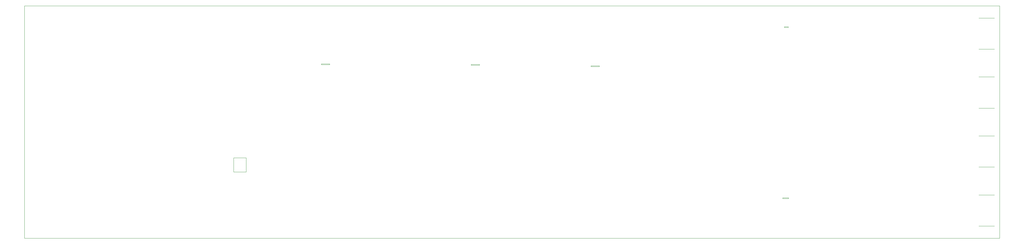
<source format=gtp>
*%FSLAX23Y23*%
*%MOIN*%
G01*
D11*
X4162Y5737D02*
Y8532D01*
X15879D02*
Y5737D01*
X4162D01*
Y8532D02*
X15879D01*
D25*
X12406Y8321D02*
D03*
Y8290D02*
D03*
Y8258D02*
D03*
Y8070D02*
D03*
Y8101D02*
D03*
Y8133D02*
D03*
X12375Y8321D02*
D03*
Y8290D02*
D03*
Y8258D02*
D03*
Y8133D02*
D03*
Y8101D02*
D03*
Y8070D02*
D03*
X12343Y8321D02*
D03*
Y8290D02*
D03*
Y8258D02*
D03*
Y8133D02*
D03*
Y8101D02*
D03*
Y8070D02*
D03*
X12312Y8321D02*
D03*
Y8290D02*
D03*
Y8258D02*
D03*
Y8133D02*
D03*
Y8101D02*
D03*
Y8070D02*
D03*
X12280Y8321D02*
D03*
Y8290D02*
D03*
Y8258D02*
D03*
Y8133D02*
D03*
Y8101D02*
D03*
Y8070D02*
D03*
X12249Y8321D02*
D03*
Y8290D02*
D03*
Y8258D02*
D03*
Y8133D02*
D03*
Y8101D02*
D03*
Y8070D02*
D03*
X12217Y8321D02*
D03*
Y8290D02*
D03*
Y8258D02*
D03*
Y8133D02*
D03*
Y8101D02*
D03*
Y8070D02*
D03*
X12186Y8321D02*
D03*
Y8290D02*
D03*
Y8258D02*
D03*
Y8133D02*
D03*
Y8101D02*
D03*
Y8070D02*
D03*
X12154Y8321D02*
D03*
Y8290D02*
D03*
Y8258D02*
D03*
Y8133D02*
D03*
Y8101D02*
D03*
Y8070D02*
D03*
X12123Y8290D02*
D03*
Y8258D02*
D03*
Y8133D02*
D03*
Y8101D02*
D03*
Y8070D02*
D03*
X12092Y8321D02*
D03*
Y8290D02*
D03*
Y8258D02*
D03*
Y8133D02*
D03*
Y8101D02*
D03*
X12060Y8290D02*
D03*
Y8258D02*
D03*
Y8133D02*
D03*
Y8101D02*
D03*
Y8070D02*
D03*
X12029Y8321D02*
D03*
Y8290D02*
D03*
Y8258D02*
D03*
Y8133D02*
D03*
Y8101D02*
D03*
X11997Y8290D02*
D03*
Y8258D02*
D03*
Y8133D02*
D03*
Y8101D02*
D03*
Y8070D02*
D03*
X11966Y8321D02*
D03*
Y8290D02*
D03*
Y8258D02*
D03*
Y8133D02*
D03*
Y8101D02*
D03*
D29*
X12418Y6711D02*
D03*
X12458D02*
D03*
X12497D02*
D03*
X12536D02*
D03*
X12576D02*
D03*
X12418Y6751D02*
D03*
X12458D02*
D03*
X12497D02*
D03*
X12536D02*
D03*
X12418Y6790D02*
D03*
X12458D02*
D03*
X12497D02*
D03*
X12536D02*
D03*
X12418Y6829D02*
D03*
X12458D02*
D03*
X12497D02*
D03*
X12536D02*
D03*
X12418Y6869D02*
D03*
X12458D02*
D03*
X12497D02*
D03*
X12536D02*
D03*
X12418Y6908D02*
D03*
X12458D02*
D03*
X12497D02*
D03*
X12536D02*
D03*
X12418Y6947D02*
D03*
X12458D02*
D03*
X12497D02*
D03*
X12536D02*
D03*
X12418Y6987D02*
D03*
X12458D02*
D03*
X12497D02*
D03*
X12536D02*
D03*
X12418Y7026D02*
D03*
X12458D02*
D03*
X12497D02*
D03*
X12536D02*
D03*
X12418Y7066D02*
D03*
X12458D02*
D03*
X12497D02*
D03*
X12536D02*
D03*
X12418Y7105D02*
D03*
X12458D02*
D03*
X12536D02*
D03*
X12497D02*
D03*
X12418Y7144D02*
D03*
X12458D02*
D03*
X12497D02*
D03*
X12536D02*
D03*
X12418Y7184D02*
D03*
X12458D02*
D03*
X12497D02*
D03*
X12536D02*
D03*
X12418Y7223D02*
D03*
X12458D02*
D03*
X12497D02*
D03*
X12536D02*
D03*
X12418Y7262D02*
D03*
X12458D02*
D03*
X12497D02*
D03*
X12536D02*
D03*
X12418Y7302D02*
D03*
Y7341D02*
D03*
Y7381D02*
D03*
Y7420D02*
D03*
Y7459D02*
D03*
Y7499D02*
D03*
Y7538D02*
D03*
Y7577D02*
D03*
Y7617D02*
D03*
X12458Y7302D02*
D03*
Y7341D02*
D03*
Y7381D02*
D03*
Y7420D02*
D03*
Y7459D02*
D03*
Y7499D02*
D03*
Y7538D02*
D03*
Y7577D02*
D03*
Y7617D02*
D03*
X12497Y7302D02*
D03*
Y7341D02*
D03*
Y7381D02*
D03*
Y7420D02*
D03*
Y7459D02*
D03*
Y7499D02*
D03*
Y7538D02*
D03*
Y7577D02*
D03*
Y7617D02*
D03*
X12536Y7302D02*
D03*
Y7341D02*
D03*
Y7381D02*
D03*
Y7420D02*
D03*
Y7459D02*
D03*
Y7499D02*
D03*
Y7538D02*
D03*
Y7577D02*
D03*
Y7617D02*
D03*
X12418Y6593D02*
D03*
Y6633D02*
D03*
Y6672D02*
D03*
X12458Y6554D02*
D03*
Y6593D02*
D03*
Y6633D02*
D03*
Y6672D02*
D03*
X12497Y6554D02*
D03*
Y6593D02*
D03*
Y6633D02*
D03*
Y6672D02*
D03*
X12536Y6554D02*
D03*
Y6593D02*
D03*
Y6633D02*
D03*
Y6672D02*
D03*
X12576Y6554D02*
D03*
Y6593D02*
D03*
Y6633D02*
D03*
Y6672D02*
D03*
X12615Y6554D02*
D03*
Y6593D02*
D03*
Y6633D02*
D03*
Y6672D02*
D03*
X12654Y6554D02*
D03*
Y6593D02*
D03*
Y6633D02*
D03*
Y6672D02*
D03*
X12694Y6554D02*
D03*
Y6593D02*
D03*
Y6633D02*
D03*
Y6672D02*
D03*
X12733Y6554D02*
D03*
Y6593D02*
D03*
Y6633D02*
D03*
Y6672D02*
D03*
X12773Y6554D02*
D03*
Y6593D02*
D03*
Y6633D02*
D03*
Y6672D02*
D03*
X12812Y6554D02*
D03*
Y6593D02*
D03*
Y6633D02*
D03*
Y6672D02*
D03*
X12851Y6554D02*
D03*
Y6593D02*
D03*
Y6633D02*
D03*
Y6672D02*
D03*
X12891Y6554D02*
D03*
Y6593D02*
D03*
Y6633D02*
D03*
Y6672D02*
D03*
X12930Y6554D02*
D03*
Y6593D02*
D03*
Y6633D02*
D03*
Y6672D02*
D03*
X12969Y6554D02*
D03*
Y6593D02*
D03*
Y6633D02*
D03*
X13009D02*
D03*
X12969Y6672D02*
D03*
X13009Y6554D02*
D03*
Y6593D02*
D03*
Y6672D02*
D03*
X13048Y6554D02*
D03*
Y6593D02*
D03*
Y6633D02*
D03*
Y6672D02*
D03*
X13088Y6554D02*
D03*
Y6593D02*
D03*
Y6633D02*
D03*
Y6672D02*
D03*
X13127Y6554D02*
D03*
Y6593D02*
D03*
Y6633D02*
D03*
Y6672D02*
D03*
X13166Y6554D02*
D03*
Y6593D02*
D03*
Y6633D02*
D03*
Y6672D02*
D03*
X13206Y6554D02*
D03*
Y6593D02*
D03*
Y6633D02*
D03*
Y6672D02*
D03*
X13245Y6554D02*
D03*
Y6593D02*
D03*
Y6633D02*
D03*
Y6672D02*
D03*
X13284Y6554D02*
D03*
Y6593D02*
D03*
Y6633D02*
D03*
Y6672D02*
D03*
X13324Y6554D02*
D03*
Y6593D02*
D03*
Y6633D02*
D03*
Y6672D02*
D03*
X13363Y6554D02*
D03*
Y6593D02*
D03*
Y6633D02*
D03*
Y6672D02*
D03*
X13403Y6554D02*
D03*
Y6593D02*
D03*
Y6633D02*
D03*
Y6672D02*
D03*
X13442Y6554D02*
D03*
Y6593D02*
D03*
Y6633D02*
D03*
Y6672D02*
D03*
X13481Y6554D02*
D03*
Y6593D02*
D03*
Y6633D02*
D03*
Y6672D02*
D03*
X13521Y6554D02*
D03*
Y6593D02*
D03*
Y6633D02*
D03*
Y6672D02*
D03*
X13560Y6593D02*
D03*
Y6633D02*
D03*
Y6672D02*
D03*
Y6711D02*
D03*
X12418Y7656D02*
D03*
X12458D02*
D03*
X12497D02*
D03*
X12536D02*
D03*
X12458Y7696D02*
D03*
X12497D02*
D03*
X12536D02*
D03*
X12576D02*
D03*
X13521Y6711D02*
D03*
X13481D02*
D03*
X13442D02*
D03*
X12969Y7105D02*
D03*
X13403Y6711D02*
D03*
X13363Y6711D02*
D03*
X13324D02*
D03*
X13284D02*
D03*
X13245D02*
D03*
X13206D02*
D03*
X13166D02*
D03*
X13127D02*
D03*
X13088D02*
D03*
X13048D02*
D03*
X13009D02*
D03*
X12969D02*
D03*
X12930D02*
D03*
X12891D02*
D03*
X12851D02*
D03*
X12812D02*
D03*
X12773D02*
D03*
X12733D02*
D03*
X12694D02*
D03*
X12654D02*
D03*
X12615D02*
D03*
X12576Y6751D02*
D03*
X12615D02*
D03*
X12654D02*
D03*
X12694D02*
D03*
X12733D02*
D03*
X12773D02*
D03*
X12812D02*
D03*
X12851D02*
D03*
X12891D02*
D03*
X12930D02*
D03*
X12969D02*
D03*
X13009D02*
D03*
X13048D02*
D03*
X13088D02*
D03*
X13127D02*
D03*
X13166D02*
D03*
X13206D02*
D03*
X13245D02*
D03*
X13284D02*
D03*
X13324D02*
D03*
X13363D02*
D03*
X13403Y6751D02*
D03*
X13442D02*
D03*
X13481D02*
D03*
X13521D02*
D03*
X13560Y6751D02*
D03*
Y6790D02*
D03*
X13521Y6790D02*
D03*
X13481D02*
D03*
X13442D02*
D03*
X13403D02*
D03*
X13363Y6790D02*
D03*
X13324D02*
D03*
X13284D02*
D03*
X13245D02*
D03*
X13206D02*
D03*
X13166D02*
D03*
X13127D02*
D03*
X13088D02*
D03*
X13048D02*
D03*
X13009D02*
D03*
X12969D02*
D03*
X12930D02*
D03*
X12891D02*
D03*
X12851D02*
D03*
X12812D02*
D03*
X12773D02*
D03*
X12733D02*
D03*
X12694D02*
D03*
X12654D02*
D03*
X12615D02*
D03*
X12576D02*
D03*
Y6829D02*
D03*
X12615D02*
D03*
X12654D02*
D03*
X12694D02*
D03*
X12733D02*
D03*
X12773D02*
D03*
X12812D02*
D03*
X12851D02*
D03*
X12891D02*
D03*
X12930D02*
D03*
X12969D02*
D03*
X13009D02*
D03*
X13048D02*
D03*
X13088D02*
D03*
X13127D02*
D03*
X13166D02*
D03*
X13206D02*
D03*
X13245D02*
D03*
X13284D02*
D03*
X13324D02*
D03*
X13363D02*
D03*
X13403Y6829D02*
D03*
X13442D02*
D03*
X13481D02*
D03*
X13521D02*
D03*
X13560Y6829D02*
D03*
X13521Y6869D02*
D03*
X13560Y6869D02*
D03*
X13481Y6869D02*
D03*
X13442D02*
D03*
X13403D02*
D03*
X13363Y6869D02*
D03*
X13324D02*
D03*
X13284D02*
D03*
X13245D02*
D03*
X13206D02*
D03*
X13166D02*
D03*
X13127D02*
D03*
X13088D02*
D03*
X13048D02*
D03*
X13009D02*
D03*
X12969D02*
D03*
X12930D02*
D03*
X12891D02*
D03*
X12851D02*
D03*
X12812D02*
D03*
X12773D02*
D03*
X12733D02*
D03*
X12694D02*
D03*
X12654D02*
D03*
X12615D02*
D03*
X12576D02*
D03*
Y6908D02*
D03*
X12615D02*
D03*
X12654D02*
D03*
X12694D02*
D03*
X12733D02*
D03*
X12773D02*
D03*
X12812D02*
D03*
X12851D02*
D03*
X12891D02*
D03*
X12930D02*
D03*
X12969D02*
D03*
X13009D02*
D03*
X13048D02*
D03*
X13088D02*
D03*
X13127D02*
D03*
X13166D02*
D03*
X13206D02*
D03*
X13245D02*
D03*
X13284D02*
D03*
X13324D02*
D03*
X13363D02*
D03*
X13403Y6908D02*
D03*
X13442D02*
D03*
X13481D02*
D03*
X13521D02*
D03*
X13560Y6908D02*
D03*
X13206Y6947D02*
D03*
X13245D02*
D03*
X13284D02*
D03*
X13324D02*
D03*
X13363D02*
D03*
X13403Y6947D02*
D03*
X13442D02*
D03*
X13481D02*
D03*
X13521D02*
D03*
X13560Y6947D02*
D03*
X13166D02*
D03*
X13127D02*
D03*
X13088D02*
D03*
X13048D02*
D03*
X13009D02*
D03*
X12969D02*
D03*
X12930D02*
D03*
X12891D02*
D03*
X12851D02*
D03*
X12812D02*
D03*
X12773D02*
D03*
X12733D02*
D03*
X12694D02*
D03*
X12654D02*
D03*
X12615D02*
D03*
X12576D02*
D03*
Y6987D02*
D03*
X12615D02*
D03*
X12654D02*
D03*
X12694D02*
D03*
X12733D02*
D03*
X12773D02*
D03*
X12812D02*
D03*
X12851D02*
D03*
X12891D02*
D03*
X12930D02*
D03*
X12969D02*
D03*
X13009D02*
D03*
X13048D02*
D03*
X13088D02*
D03*
X13127D02*
D03*
X13166D02*
D03*
X13206D02*
D03*
X13245D02*
D03*
X13284D02*
D03*
X13324D02*
D03*
X13363D02*
D03*
X13403Y6987D02*
D03*
X13442D02*
D03*
X13481D02*
D03*
X13521D02*
D03*
X13560Y6987D02*
D03*
Y7026D02*
D03*
X13521Y7026D02*
D03*
X13481D02*
D03*
X13442D02*
D03*
X13403D02*
D03*
X13363Y7026D02*
D03*
X13324D02*
D03*
X13284D02*
D03*
X13245D02*
D03*
X13206D02*
D03*
X13166D02*
D03*
X13127D02*
D03*
X13088D02*
D03*
X13048D02*
D03*
X13009D02*
D03*
X12969D02*
D03*
X12930D02*
D03*
X12891D02*
D03*
X12851D02*
D03*
X12812D02*
D03*
X12773D02*
D03*
X12733D02*
D03*
X12694D02*
D03*
X12654D02*
D03*
X12615D02*
D03*
X12576D02*
D03*
Y7066D02*
D03*
X12615D02*
D03*
X12654D02*
D03*
X12694D02*
D03*
X12733D02*
D03*
X12773D02*
D03*
X12812D02*
D03*
X12851D02*
D03*
X12891D02*
D03*
X12930D02*
D03*
X12969D02*
D03*
X13009D02*
D03*
X13048D02*
D03*
X13088D02*
D03*
X13127D02*
D03*
X13166D02*
D03*
X13206D02*
D03*
X13245D02*
D03*
X13284D02*
D03*
X13324D02*
D03*
X13363D02*
D03*
X13403Y7066D02*
D03*
X13442D02*
D03*
X13481D02*
D03*
X13521D02*
D03*
X13560Y7066D02*
D03*
Y7105D02*
D03*
X13521Y7105D02*
D03*
X13481D02*
D03*
X13442D02*
D03*
X13403D02*
D03*
X13363Y7105D02*
D03*
X13324D02*
D03*
X13284D02*
D03*
X13245D02*
D03*
X13206D02*
D03*
X13166D02*
D03*
X13127D02*
D03*
X13088D02*
D03*
X13048D02*
D03*
X13009D02*
D03*
X12930D02*
D03*
X12891D02*
D03*
X12851D02*
D03*
X12812D02*
D03*
X12773D02*
D03*
X12733D02*
D03*
X12694D02*
D03*
X12654D02*
D03*
X12615D02*
D03*
X12576D02*
D03*
Y7144D02*
D03*
X12615D02*
D03*
X12654D02*
D03*
X12694D02*
D03*
X12733D02*
D03*
X12773D02*
D03*
X12812D02*
D03*
X12851D02*
D03*
X12891D02*
D03*
X12930D02*
D03*
X12969D02*
D03*
X13009D02*
D03*
X13048D02*
D03*
X13088D02*
D03*
X13127D02*
D03*
X13166D02*
D03*
X13206D02*
D03*
X13245D02*
D03*
X13284D02*
D03*
X13324D02*
D03*
X13363D02*
D03*
X13403Y7144D02*
D03*
X13442D02*
D03*
X13481D02*
D03*
X13521D02*
D03*
X13560Y7144D02*
D03*
Y7184D02*
D03*
X13521Y7184D02*
D03*
X13481D02*
D03*
X13442D02*
D03*
X13403D02*
D03*
X13363Y7184D02*
D03*
X13324D02*
D03*
X13284D02*
D03*
X13245D02*
D03*
X13206D02*
D03*
X13166D02*
D03*
X13127D02*
D03*
X13088D02*
D03*
X13048D02*
D03*
X13009D02*
D03*
X12969D02*
D03*
X12930D02*
D03*
X12891D02*
D03*
X12851D02*
D03*
X12812D02*
D03*
X12773D02*
D03*
X12733D02*
D03*
X12694D02*
D03*
X12654D02*
D03*
X12615D02*
D03*
X12576D02*
D03*
Y7223D02*
D03*
X12615D02*
D03*
X12654D02*
D03*
X12694D02*
D03*
X12733D02*
D03*
X12773D02*
D03*
X12812D02*
D03*
X12851D02*
D03*
X12891D02*
D03*
X12930D02*
D03*
X12969D02*
D03*
X13009D02*
D03*
X13048D02*
D03*
X13088D02*
D03*
X13127D02*
D03*
X13166D02*
D03*
X13206D02*
D03*
X13245D02*
D03*
X13284D02*
D03*
X13324D02*
D03*
X13363D02*
D03*
X13403Y7223D02*
D03*
X13442D02*
D03*
X13481D02*
D03*
X13521D02*
D03*
X13560Y7223D02*
D03*
X13521Y7262D02*
D03*
X13560Y7262D02*
D03*
X13481Y7262D02*
D03*
X13442D02*
D03*
X13403D02*
D03*
X13363Y7262D02*
D03*
X13324D02*
D03*
X13284D02*
D03*
X13245D02*
D03*
X13206D02*
D03*
X13166D02*
D03*
X13127D02*
D03*
X13088D02*
D03*
X13048D02*
D03*
X13009D02*
D03*
X12969D02*
D03*
X12930D02*
D03*
X12891D02*
D03*
X12851D02*
D03*
X12812D02*
D03*
X12773D02*
D03*
X12733D02*
D03*
X12694D02*
D03*
X12654D02*
D03*
X12615D02*
D03*
X12576D02*
D03*
Y7302D02*
D03*
X12615D02*
D03*
X12654D02*
D03*
X12694D02*
D03*
X12733D02*
D03*
X12773D02*
D03*
X12812D02*
D03*
X12851D02*
D03*
X12891D02*
D03*
X12930D02*
D03*
X12969D02*
D03*
X13009D02*
D03*
X13048D02*
D03*
X13088D02*
D03*
X13127D02*
D03*
X13166D02*
D03*
X13206D02*
D03*
X13245D02*
D03*
X13284D02*
D03*
X13324D02*
D03*
X13363D02*
D03*
X13403Y7302D02*
D03*
X13442D02*
D03*
X13481D02*
D03*
X13521D02*
D03*
X13560Y7302D02*
D03*
X13206Y7341D02*
D03*
X13245D02*
D03*
X13284D02*
D03*
X13324D02*
D03*
X13363D02*
D03*
X13442Y7341D02*
D03*
X13403D02*
D03*
X13481D02*
D03*
X13521D02*
D03*
X13560Y7341D02*
D03*
X12576D02*
D03*
X12615D02*
D03*
X12654D02*
D03*
X12694D02*
D03*
X12733D02*
D03*
X12773D02*
D03*
X12812D02*
D03*
X12851D02*
D03*
X12891D02*
D03*
X12930D02*
D03*
X12969D02*
D03*
X13009D02*
D03*
X13048D02*
D03*
X13088D02*
D03*
X13127D02*
D03*
X13166D02*
D03*
X12576Y7381D02*
D03*
X12615D02*
D03*
X12654D02*
D03*
X12694D02*
D03*
X12733D02*
D03*
X12773D02*
D03*
X12812D02*
D03*
X12851D02*
D03*
X12891D02*
D03*
X12930D02*
D03*
X12969D02*
D03*
X13009D02*
D03*
X13048D02*
D03*
X13088D02*
D03*
X13127D02*
D03*
X13166D02*
D03*
X13206D02*
D03*
X13245D02*
D03*
X13284D02*
D03*
X13324D02*
D03*
X13363D02*
D03*
X13403Y7381D02*
D03*
X13442D02*
D03*
X13481D02*
D03*
X13521D02*
D03*
X13560Y7381D02*
D03*
X12576Y7420D02*
D03*
X12615D02*
D03*
X12654D02*
D03*
X12694D02*
D03*
X12733D02*
D03*
X12773D02*
D03*
X12851D02*
D03*
X12812D02*
D03*
X12891D02*
D03*
X12930D02*
D03*
X12969D02*
D03*
X13009D02*
D03*
X13048D02*
D03*
X13088D02*
D03*
X13127D02*
D03*
X13166D02*
D03*
X13206D02*
D03*
X13245D02*
D03*
X13284D02*
D03*
X13324D02*
D03*
X13363D02*
D03*
X13403Y7420D02*
D03*
X13442D02*
D03*
X13481D02*
D03*
X13521D02*
D03*
X13560Y7420D02*
D03*
X12576Y7459D02*
D03*
X12615D02*
D03*
X12654D02*
D03*
X12694D02*
D03*
X12733D02*
D03*
X12773D02*
D03*
X12812D02*
D03*
X12851D02*
D03*
X12891D02*
D03*
X12930D02*
D03*
X12969D02*
D03*
X13009D02*
D03*
X13048D02*
D03*
X13088D02*
D03*
X13127D02*
D03*
X13166D02*
D03*
X13206D02*
D03*
X13245D02*
D03*
X13284D02*
D03*
X13324D02*
D03*
X13363D02*
D03*
X13403Y7459D02*
D03*
X13442D02*
D03*
X13481D02*
D03*
X13521D02*
D03*
X13560Y7459D02*
D03*
X12576Y7499D02*
D03*
X12615D02*
D03*
X12654D02*
D03*
X12694D02*
D03*
X12773D02*
D03*
X12812D02*
D03*
X12733D02*
D03*
X12851D02*
D03*
X12891D02*
D03*
X12930D02*
D03*
X12969D02*
D03*
X13009D02*
D03*
X13048D02*
D03*
X13088D02*
D03*
X13127D02*
D03*
X13166D02*
D03*
X13206D02*
D03*
X13245D02*
D03*
X13284D02*
D03*
X13324D02*
D03*
X13363D02*
D03*
X13403Y7499D02*
D03*
X13442D02*
D03*
X13481D02*
D03*
X13521D02*
D03*
X13560Y7499D02*
D03*
X12576Y7538D02*
D03*
X12615D02*
D03*
X12654D02*
D03*
X12694D02*
D03*
X12733D02*
D03*
X12773D02*
D03*
X12812D02*
D03*
X12851D02*
D03*
X12891D02*
D03*
X12930D02*
D03*
X12969D02*
D03*
X13009D02*
D03*
X13048D02*
D03*
X13088D02*
D03*
X13127D02*
D03*
X13166D02*
D03*
X13206D02*
D03*
X13245D02*
D03*
X13284D02*
D03*
X13324D02*
D03*
X13363D02*
D03*
X13403Y7538D02*
D03*
X13442D02*
D03*
X13481D02*
D03*
X13521D02*
D03*
X13560Y7538D02*
D03*
X12576Y7577D02*
D03*
X12615D02*
D03*
X12654D02*
D03*
X12694D02*
D03*
X12733D02*
D03*
X12773D02*
D03*
X12812D02*
D03*
X12851D02*
D03*
X12891D02*
D03*
X12930D02*
D03*
X12969D02*
D03*
X13009D02*
D03*
X13048D02*
D03*
X13088D02*
D03*
X13127D02*
D03*
X13166D02*
D03*
X13206D02*
D03*
X13245D02*
D03*
X13284D02*
D03*
X13324D02*
D03*
X13363D02*
D03*
X13403Y7577D02*
D03*
X13442D02*
D03*
X13481D02*
D03*
X13521D02*
D03*
X13560Y7577D02*
D03*
X12576Y7617D02*
D03*
X12615D02*
D03*
X12654D02*
D03*
X12694D02*
D03*
X12733D02*
D03*
X12773D02*
D03*
X12812D02*
D03*
X12851D02*
D03*
X12891D02*
D03*
X12930D02*
D03*
X12969D02*
D03*
X13009D02*
D03*
X13048D02*
D03*
X13088D02*
D03*
X13127D02*
D03*
X13166D02*
D03*
X13206D02*
D03*
X13245D02*
D03*
X13284D02*
D03*
X13324D02*
D03*
X13363D02*
D03*
X13403Y7617D02*
D03*
X13442D02*
D03*
X13481D02*
D03*
X13521D02*
D03*
X13560Y7617D02*
D03*
X12576Y7656D02*
D03*
X12615D02*
D03*
X12654D02*
D03*
X12694D02*
D03*
X12733D02*
D03*
X12773D02*
D03*
X12812D02*
D03*
X12851D02*
D03*
X12891D02*
D03*
X12930D02*
D03*
X12969D02*
D03*
X13009D02*
D03*
X13048D02*
D03*
X13088D02*
D03*
X13127D02*
D03*
X13166D02*
D03*
X13206D02*
D03*
X13245D02*
D03*
X13284D02*
D03*
X13324D02*
D03*
X13363D02*
D03*
X13403Y7656D02*
D03*
X13442D02*
D03*
X13481D02*
D03*
X13521D02*
D03*
X13560Y7656D02*
D03*
X12615Y7696D02*
D03*
X12654D02*
D03*
X12694D02*
D03*
X12733D02*
D03*
X12773D02*
D03*
X12812D02*
D03*
X12851D02*
D03*
X12891D02*
D03*
X12930D02*
D03*
X12969D02*
D03*
X13009D02*
D03*
X13048D02*
D03*
X13088D02*
D03*
X13127D02*
D03*
X13166D02*
D03*
X13206D02*
D03*
X13245D02*
D03*
X13284D02*
D03*
X13324D02*
D03*
X13363D02*
D03*
X13403Y7696D02*
D03*
X13442D02*
D03*
X13481D02*
D03*
X13521D02*
D03*
D63*
X15485Y8411D02*
D03*
D64*
X4376Y5942D02*
D03*
D77*
X14556Y7463D02*
D03*
Y8173D02*
D03*
Y6046D02*
D03*
Y6755D02*
D03*
X11387Y6904D02*
D03*
Y7396D02*
D03*
X10013Y6643D02*
D03*
D93*
X9320Y6457D02*
D03*
X9352D02*
D03*
X9383D02*
D03*
X9415D02*
D03*
X9446D02*
D03*
X9478D02*
D03*
X9509D02*
D03*
X9541D02*
D03*
X9543Y6122D02*
D03*
X9511D02*
D03*
X9480D02*
D03*
X9448D02*
D03*
X9417D02*
D03*
X9385D02*
D03*
X9354D02*
D03*
X9322D02*
D03*
D94*
X11086Y7441D02*
D03*
X11112D02*
D03*
X11137D02*
D03*
X11163D02*
D03*
X11188D02*
D03*
X11214D02*
D03*
X11240D02*
D03*
X11265D02*
D03*
Y7189D02*
D03*
X11240D02*
D03*
X11214D02*
D03*
X11188D02*
D03*
X11163D02*
D03*
X11137D02*
D03*
X11112D02*
D03*
X11086D02*
D03*
Y6963D02*
D03*
X11112D02*
D03*
X11137D02*
D03*
X11163D02*
D03*
X11188D02*
D03*
X11214D02*
D03*
X11240D02*
D03*
X11265D02*
D03*
Y6711D02*
D03*
X11240D02*
D03*
X11214D02*
D03*
X11188D02*
D03*
X11163D02*
D03*
X11137D02*
D03*
X11112D02*
D03*
X11086D02*
D03*
D97*
X9088Y7035D02*
D03*
X9127D02*
D03*
X9166D02*
D03*
X9206D02*
D03*
X9245D02*
D03*
X9284D02*
D03*
X9324D02*
D03*
X9363D02*
D03*
X9403D02*
D03*
X9442D02*
D03*
X9481D02*
D03*
X9521D02*
D03*
X9560D02*
D03*
X9599D02*
D03*
X9638D02*
D03*
X10229D02*
D03*
X9678D02*
D03*
X9717D02*
D03*
X9757D02*
D03*
X9796D02*
D03*
X9835D02*
D03*
X9875D02*
D03*
X9914D02*
D03*
X9953D02*
D03*
X9993D02*
D03*
X10032D02*
D03*
X10072D02*
D03*
X10111D02*
D03*
X10150D02*
D03*
X10190D02*
D03*
D104*
X15236Y8458D02*
D03*
X15306D02*
D03*
X15186D02*
D03*
X15116D02*
D03*
X15186Y7040D02*
D03*
X15116D02*
D03*
X15236D02*
D03*
X15306D02*
D03*
X14931Y6860D02*
D03*
X14861D02*
D03*
X14931Y6920D02*
D03*
X14861D02*
D03*
X15116Y7748D02*
D03*
X15186D02*
D03*
X15306D02*
D03*
X15236D02*
D03*
X14861Y7398D02*
D03*
X14931D02*
D03*
Y7308D02*
D03*
X14861D02*
D03*
X14931Y7248D02*
D03*
X14861D02*
D03*
X14861Y7568D02*
D03*
X14931D02*
D03*
X14861Y7478D02*
D03*
X14931D02*
D03*
X15251Y7308D02*
D03*
X15181D02*
D03*
X14861Y7628D02*
D03*
X14931D02*
D03*
Y8338D02*
D03*
X14861D02*
D03*
X15181Y8018D02*
D03*
X15251D02*
D03*
X14931Y8188D02*
D03*
X14861D02*
D03*
X14931Y8278D02*
D03*
X14861D02*
D03*
X14861Y7958D02*
D03*
X14931D02*
D03*
X14861Y8018D02*
D03*
X14931D02*
D03*
Y8108D02*
D03*
X14861D02*
D03*
X15186Y6331D02*
D03*
X15116D02*
D03*
X15236D02*
D03*
X15306D02*
D03*
X14931Y5981D02*
D03*
X14861D02*
D03*
Y5891D02*
D03*
X14931D02*
D03*
X14861Y5831D02*
D03*
X14931D02*
D03*
Y6151D02*
D03*
X14861D02*
D03*
X14931Y6061D02*
D03*
X14861D02*
D03*
X15181Y5891D02*
D03*
X15251D02*
D03*
X14931Y6211D02*
D03*
X14861D02*
D03*
X14931Y6690D02*
D03*
X14861D02*
D03*
Y6600D02*
D03*
X14931D02*
D03*
X14861Y6536D02*
D03*
X14931D02*
D03*
Y6770D02*
D03*
X14861D02*
D03*
X15181Y6600D02*
D03*
X15251D02*
D03*
X14591Y8448D02*
D03*
X14521D02*
D03*
X14317Y8384D02*
D03*
X14247D02*
D03*
X14591Y7030D02*
D03*
X14521D02*
D03*
Y7738D02*
D03*
X14591D02*
D03*
X14576Y7248D02*
D03*
X14646D02*
D03*
Y7958D02*
D03*
X14576D02*
D03*
X13893Y8377D02*
D03*
X13823D02*
D03*
X14591Y6321D02*
D03*
X14521D02*
D03*
X14646Y5831D02*
D03*
X14576D02*
D03*
X14646Y6540D02*
D03*
X14576D02*
D03*
X13563Y6463D02*
D03*
X13493D02*
D03*
X13864Y5825D02*
D03*
X13934D02*
D03*
X12270Y8483D02*
D03*
X12200D02*
D03*
X12111Y8483D02*
D03*
X12048D02*
D03*
X11833Y8469D02*
D03*
X11763D02*
D03*
X11622Y7168D02*
D03*
X11552D02*
D03*
X13051Y7786D02*
D03*
X12981D02*
D03*
X12311Y7125D02*
D03*
X12241D02*
D03*
X11532Y6983D02*
D03*
X11462D02*
D03*
X11532Y7467D02*
D03*
X11462D02*
D03*
X11690Y7400D02*
D03*
X11760D02*
D03*
X11908Y7242D02*
D03*
X11838D02*
D03*
X11908Y6904D02*
D03*
X11838D02*
D03*
X11690Y7243D02*
D03*
X11760D02*
D03*
X11690Y6904D02*
D03*
X11760D02*
D03*
X11908Y7400D02*
D03*
X11838D02*
D03*
X11908Y7323D02*
D03*
X11838D02*
D03*
X11763Y8402D02*
D03*
X11833D02*
D03*
X11765Y8329D02*
D03*
X11835D02*
D03*
X12402Y6451D02*
D03*
X12332D02*
D03*
X12004Y6384D02*
D03*
X11934D02*
D03*
X11866D02*
D03*
X11796D02*
D03*
X12942Y6034D02*
D03*
X13012D02*
D03*
X11833Y5892D02*
D03*
X11903D02*
D03*
X11833Y5991D02*
D03*
X11903D02*
D03*
X11833Y6050D02*
D03*
X11903D02*
D03*
X11908Y6757D02*
D03*
X11838D02*
D03*
X11690D02*
D03*
X11760D02*
D03*
X11908Y6834D02*
D03*
X11838D02*
D03*
X11473Y7169D02*
D03*
X11403D02*
D03*
X11410Y7467D02*
D03*
X11340D02*
D03*
X11410Y6983D02*
D03*
X11340D02*
D03*
X11261Y7794D02*
D03*
X11331D02*
D03*
X11206Y7577D02*
D03*
X11143D02*
D03*
X10863Y7290D02*
D03*
X10800D02*
D03*
X11214Y7101D02*
D03*
X11151D02*
D03*
X11211Y7519D02*
D03*
X11141D02*
D03*
X11335Y7101D02*
D03*
X11265D02*
D03*
X11335Y7577D02*
D03*
X11265D02*
D03*
X10844Y7066D02*
D03*
X10914D02*
D03*
X10836Y6928D02*
D03*
X10906D02*
D03*
X10836Y6991D02*
D03*
X10906D02*
D03*
X11214Y7042D02*
D03*
X11144D02*
D03*
X9973Y5927D02*
D03*
X10043D02*
D03*
X9973Y6002D02*
D03*
X10043D02*
D03*
X9973Y6077D02*
D03*
X10043D02*
D03*
X9973Y6152D02*
D03*
X10043D02*
D03*
X11454Y6622D02*
D03*
X11384D02*
D03*
X11453Y6693D02*
D03*
X11383D02*
D03*
X10863Y6833D02*
D03*
X10800D02*
D03*
X9513Y6723D02*
D03*
X9443D02*
D03*
X9225D02*
D03*
X9295D02*
D03*
X9296Y6794D02*
D03*
X9226D02*
D03*
X9061Y6021D02*
D03*
X8991D02*
D03*
X9062Y5949D02*
D03*
X8992D02*
D03*
X9231Y6021D02*
D03*
X9161D02*
D03*
X8106Y6066D02*
D03*
X8036D02*
D03*
X8248D02*
D03*
X8178D02*
D03*
X6271Y6835D02*
D03*
X6341D02*
D03*
X4651Y7369D02*
D03*
X4721D02*
D03*
X4716Y7533D02*
D03*
X4646D02*
D03*
X4725Y7100D02*
D03*
X4655D02*
D03*
X5100Y7098D02*
D03*
X5170D02*
D03*
X5087Y7533D02*
D03*
X5157D02*
D03*
D105*
X13315Y8085D02*
D03*
X13225Y8085D02*
D03*
X13405D02*
D03*
X13307Y6030D02*
D03*
X13217Y6030D02*
D03*
X13397D02*
D03*
X10930Y7994D02*
D03*
X11110D02*
D03*
X11020D02*
D03*
X9490Y8013D02*
D03*
X9670D02*
D03*
X9580Y8013D02*
D03*
X7688Y8020D02*
D03*
X7868D02*
D03*
X7778Y8020D02*
D03*
D109*
X9598Y6401D02*
D03*
Y6369D02*
D03*
Y6338D02*
D03*
Y6306D02*
D03*
Y6275D02*
D03*
Y6243D02*
D03*
Y6212D02*
D03*
Y6180D02*
D03*
X9264Y6177D02*
D03*
Y6209D02*
D03*
Y6240D02*
D03*
Y6272D02*
D03*
Y6303D02*
D03*
Y6335D02*
D03*
Y6366D02*
D03*
Y6398D02*
D03*
D110*
X14981Y8473D02*
D03*
Y8448D02*
D03*
X15064Y8422D02*
D03*
Y8448D02*
D03*
Y8473D02*
D03*
X14981Y8422D02*
D03*
Y7055D02*
D03*
Y7030D02*
D03*
X15064Y7004D02*
D03*
Y7030D02*
D03*
Y7055D02*
D03*
X14981Y7004D02*
D03*
Y7712D02*
D03*
X15064Y7763D02*
D03*
Y7738D02*
D03*
Y7712D02*
D03*
X14981Y7738D02*
D03*
Y7763D02*
D03*
Y6346D02*
D03*
Y6321D02*
D03*
X15064Y6295D02*
D03*
Y6321D02*
D03*
Y6346D02*
D03*
X14981Y6295D02*
D03*
D112*
X13650Y7897D02*
D03*
Y7967D02*
D03*
X13158Y7913D02*
D03*
Y7983D02*
D03*
X14101Y8157D02*
D03*
Y8227D02*
D03*
X14178Y8157D02*
D03*
Y8227D02*
D03*
X13800Y6171D02*
D03*
Y6241D02*
D03*
X13693Y6110D02*
D03*
Y6180D02*
D03*
X13139Y5889D02*
D03*
Y5959D02*
D03*
X13879Y6171D02*
D03*
Y6241D02*
D03*
X14219Y5892D02*
D03*
Y5822D02*
D03*
X12265Y7755D02*
D03*
Y7685D02*
D03*
X12324Y7755D02*
D03*
Y7685D02*
D03*
X13044Y6470D02*
D03*
Y6400D02*
D03*
X11938Y6172D02*
D03*
Y6242D02*
D03*
X11031Y7289D02*
D03*
Y7219D02*
D03*
X10969Y6960D02*
D03*
Y7030D02*
D03*
X11031Y6831D02*
D03*
Y6761D02*
D03*
X9737Y8084D02*
D03*
Y8154D02*
D03*
X9714Y6640D02*
D03*
Y6570D02*
D03*
Y6688D02*
D03*
Y6758D02*
D03*
X9654Y6707D02*
D03*
Y6777D02*
D03*
X9162Y6339D02*
D03*
Y6269D02*
D03*
X7935Y8091D02*
D03*
Y8161D02*
D03*
X6249Y6333D02*
D03*
Y6263D02*
D03*
X6326Y6333D02*
D03*
Y6263D02*
D03*
D115*
X4793Y7466D02*
D03*
Y7440D02*
D03*
Y7415D02*
D03*
Y7389D02*
D03*
Y7363D02*
D03*
Y7338D02*
D03*
Y7312D02*
D03*
Y7491D02*
D03*
Y7517D02*
D03*
Y7287D02*
D03*
Y7261D02*
D03*
Y7236D02*
D03*
X4998Y7261D02*
D03*
Y7287D02*
D03*
Y7312D02*
D03*
Y7338D02*
D03*
Y7363D02*
D03*
Y7389D02*
D03*
Y7415D02*
D03*
Y7440D02*
D03*
Y7466D02*
D03*
Y7491D02*
D03*
Y7517D02*
D03*
Y7236D02*
D03*
X4793Y7046D02*
D03*
Y7020D02*
D03*
Y6995D02*
D03*
Y6969D02*
D03*
Y6943D02*
D03*
Y6918D02*
D03*
Y6892D02*
D03*
Y7071D02*
D03*
Y7097D02*
D03*
Y6867D02*
D03*
Y6841D02*
D03*
Y6816D02*
D03*
X4998Y6841D02*
D03*
Y6867D02*
D03*
Y6892D02*
D03*
Y6918D02*
D03*
Y6943D02*
D03*
Y6969D02*
D03*
Y6995D02*
D03*
Y7020D02*
D03*
Y7046D02*
D03*
Y7071D02*
D03*
Y7097D02*
D03*
Y6816D02*
D03*
D116*
X15186Y6862D02*
D03*
Y6956D02*
D03*
Y7664D02*
D03*
Y7570D02*
D03*
Y8280D02*
D03*
Y8374D02*
D03*
Y6153D02*
D03*
Y6247D02*
D03*
D120*
X9888Y6152D02*
D03*
X9798D02*
D03*
X9888Y6077D02*
D03*
X9798D02*
D03*
X9888Y5927D02*
D03*
X9798D02*
D03*
X9888Y6002D02*
D03*
X9798D02*
D03*
D123*
X15126Y6860D02*
D03*
X14991D02*
D03*
Y7568D02*
D03*
X15126D02*
D03*
Y7308D02*
D03*
X14991D02*
D03*
Y8018D02*
D03*
X15126D02*
D03*
Y8278D02*
D03*
X14991D02*
D03*
X15126Y6151D02*
D03*
X14991D02*
D03*
Y5891D02*
D03*
X15126D02*
D03*
X14991Y6600D02*
D03*
X15126D02*
D03*
X13671Y7238D02*
D03*
X13806D02*
D03*
X13671Y7160D02*
D03*
X13806D02*
D03*
X13671Y7010D02*
D03*
X13806D02*
D03*
Y7518D02*
D03*
X13671D02*
D03*
X13806Y7438D02*
D03*
X13671D02*
D03*
Y6930D02*
D03*
X13806D02*
D03*
Y6651D02*
D03*
X13671D02*
D03*
X13806Y6731D02*
D03*
X13671D02*
D03*
D125*
X7322Y7474D02*
D03*
X7422D02*
D03*
D126*
X14626Y6915D02*
D03*
X14491D02*
D03*
Y7623D02*
D03*
X14626D02*
D03*
Y8333D02*
D03*
X14491D02*
D03*
X14626Y6206D02*
D03*
X14491D02*
D03*
X10920Y8084D02*
D03*
X11055D02*
D03*
X9062Y6108D02*
D03*
X9197D02*
D03*
X4801Y8000D02*
D03*
X4666D02*
D03*
X4801Y7882D02*
D03*
X4666D02*
D03*
D131*
X13810Y8286D02*
D03*
X13910D02*
D03*
X14010Y8123D02*
D03*
X13910D02*
D03*
X13810D02*
D03*
X14010Y8286D02*
D03*
X13803Y5910D02*
D03*
X14003Y6073D02*
D03*
X13903D02*
D03*
X13803D02*
D03*
X13903Y5910D02*
D03*
X14003D02*
D03*
D133*
X10999Y6247D02*
D03*
Y6227D02*
D03*
Y6207D02*
D03*
Y6188D02*
D03*
X11000Y6010D02*
D03*
Y5794D02*
D03*
X11767Y5833D02*
D03*
Y5853D02*
D03*
Y5814D02*
D03*
Y5794D02*
D03*
Y5892D02*
D03*
Y5873D02*
D03*
Y5912D02*
D03*
Y5932D02*
D03*
Y5951D02*
D03*
Y5971D02*
D03*
Y5991D02*
D03*
Y6010D02*
D03*
Y6030D02*
D03*
Y6050D02*
D03*
Y6070D02*
D03*
Y6089D02*
D03*
Y6109D02*
D03*
X11000Y6168D02*
D03*
Y6148D02*
D03*
Y6129D02*
D03*
Y6109D02*
D03*
Y6089D02*
D03*
Y6070D02*
D03*
Y6050D02*
D03*
Y6030D02*
D03*
Y5991D02*
D03*
Y5971D02*
D03*
Y5951D02*
D03*
Y5932D02*
D03*
Y5912D02*
D03*
Y5892D02*
D03*
Y5873D02*
D03*
Y5853D02*
D03*
Y5833D02*
D03*
Y5814D02*
D03*
X11767Y6129D02*
D03*
Y6148D02*
D03*
Y6168D02*
D03*
Y6188D02*
D03*
Y6207D02*
D03*
Y6227D02*
D03*
Y6247D02*
D03*
X12774Y6325D02*
D03*
Y6306D02*
D03*
X12007Y5794D02*
D03*
Y5814D02*
D03*
Y5833D02*
D03*
Y5853D02*
D03*
Y5873D02*
D03*
Y5892D02*
D03*
Y5912D02*
D03*
Y5932D02*
D03*
Y5951D02*
D03*
Y5971D02*
D03*
Y5991D02*
D03*
X12774Y6286D02*
D03*
Y6266D02*
D03*
Y6247D02*
D03*
Y6227D02*
D03*
Y6207D02*
D03*
Y6188D02*
D03*
Y6168D02*
D03*
Y6148D02*
D03*
Y6129D02*
D03*
Y6109D02*
D03*
Y6089D02*
D03*
Y6070D02*
D03*
Y6050D02*
D03*
Y6030D02*
D03*
Y6010D02*
D03*
Y5991D02*
D03*
Y5971D02*
D03*
Y5951D02*
D03*
Y5932D02*
D03*
Y5912D02*
D03*
Y5892D02*
D03*
Y5873D02*
D03*
Y5853D02*
D03*
Y5833D02*
D03*
Y5814D02*
D03*
Y5794D02*
D03*
X12007Y6010D02*
D03*
Y6030D02*
D03*
Y6050D02*
D03*
Y6070D02*
D03*
Y6089D02*
D03*
Y6109D02*
D03*
Y6129D02*
D03*
Y6148D02*
D03*
Y6168D02*
D03*
Y6188D02*
D03*
Y6207D02*
D03*
Y6247D02*
D03*
Y6266D02*
D03*
Y6286D02*
D03*
Y6227D02*
D03*
Y6325D02*
D03*
Y6306D02*
D03*
D138*
X14780Y7413D02*
D03*
Y7363D02*
D03*
Y7313D02*
D03*
X14556D02*
D03*
Y7363D02*
D03*
Y7413D02*
D03*
X14780Y7463D02*
D03*
Y8173D02*
D03*
X14556Y8123D02*
D03*
Y8073D02*
D03*
Y8023D02*
D03*
X14780D02*
D03*
Y8073D02*
D03*
Y8123D02*
D03*
Y6046D02*
D03*
X14556Y5996D02*
D03*
Y5946D02*
D03*
Y5896D02*
D03*
X14780D02*
D03*
Y5946D02*
D03*
Y5996D02*
D03*
Y6755D02*
D03*
X14556Y6705D02*
D03*
Y6655D02*
D03*
Y6605D02*
D03*
X14780D02*
D03*
Y6655D02*
D03*
Y6705D02*
D03*
X11611Y6854D02*
D03*
Y6804D02*
D03*
Y6754D02*
D03*
X11387D02*
D03*
Y6804D02*
D03*
Y6854D02*
D03*
X11611Y6904D02*
D03*
Y7346D02*
D03*
Y7296D02*
D03*
Y7246D02*
D03*
X11387D02*
D03*
Y7296D02*
D03*
Y7346D02*
D03*
X11611Y7396D02*
D03*
X9789Y6693D02*
D03*
Y6743D02*
D03*
Y6793D02*
D03*
X10013D02*
D03*
Y6743D02*
D03*
Y6693D02*
D03*
X9789Y6643D02*
D03*
D140*
X6421Y6471D02*
D03*
Y6521D02*
D03*
Y6571D02*
D03*
Y6621D02*
D03*
Y6671D02*
D03*
Y6721D02*
D03*
Y6771D02*
D03*
D143*
X14015Y8383D02*
D03*
X14165D02*
D03*
X14131Y5834D02*
D03*
Y5984D02*
D03*
D144*
X15628Y7302D02*
X15817D01*
Y7676D02*
X15628D01*
Y8385D02*
X15817D01*
Y8011D02*
X15628D01*
X15628Y6967D02*
X15817D01*
X15817Y6593D02*
X15628D01*
Y6258D02*
X15817D01*
Y5884D02*
X15628D01*
D145*
X7330Y7134D02*
D03*
Y6792D02*
D03*
X6898Y7292D02*
D03*
Y6950D02*
D03*
X6122Y6770D02*
D03*
Y6428D02*
D03*
D152*
X15801Y7489D02*
D03*
Y8198D02*
D03*
Y6780D02*
D03*
Y6071D02*
D03*
X13529Y7991D02*
D03*
Y7856D02*
D03*
X13387Y7991D02*
D03*
Y7856D02*
D03*
X13245Y7987D02*
D03*
Y7852D02*
D03*
X13475Y5959D02*
D03*
Y5824D02*
D03*
X13227Y5959D02*
D03*
Y5824D02*
D03*
X13367Y5959D02*
D03*
Y5824D02*
D03*
X10946Y7290D02*
D03*
Y7155D02*
D03*
X11260Y7859D02*
D03*
Y7994D02*
D03*
X10946Y6698D02*
D03*
Y6833D02*
D03*
X9650Y8219D02*
D03*
Y8084D02*
D03*
X9508Y8219D02*
D03*
Y8084D02*
D03*
X7849Y8226D02*
D03*
Y8091D02*
D03*
X7687Y8226D02*
D03*
Y8091D02*
D03*
D154*
X6371Y6996D02*
D03*
X6621D02*
D03*
D156*
X8971Y7129D02*
D03*
X10345Y7129D02*
D03*
D157*
X7205Y7454D02*
D03*
X7539D02*
D03*
X6230Y7447D02*
D03*
X6564D02*
D03*
D160*
X5441Y7912D02*
D03*
X5098D02*
D03*
D162*
X13293Y8270D02*
X13338D01*
Y8280D01*
X13293D01*
Y8270D01*
X13273Y6215D02*
X13342D01*
Y6225D01*
X13273D01*
Y6215D01*
X10970Y7799D02*
X11070D01*
Y7809D01*
X10970D01*
Y7799D01*
X9530Y7818D02*
X9630D01*
Y7828D01*
X9530D01*
Y7818D01*
X7728Y7825D02*
X7828D01*
Y7835D01*
X7728D01*
Y7825D01*
X6676Y6535D02*
X6826D01*
Y6705D01*
X6676D01*
Y6535D01*
D02*
M02*

</source>
